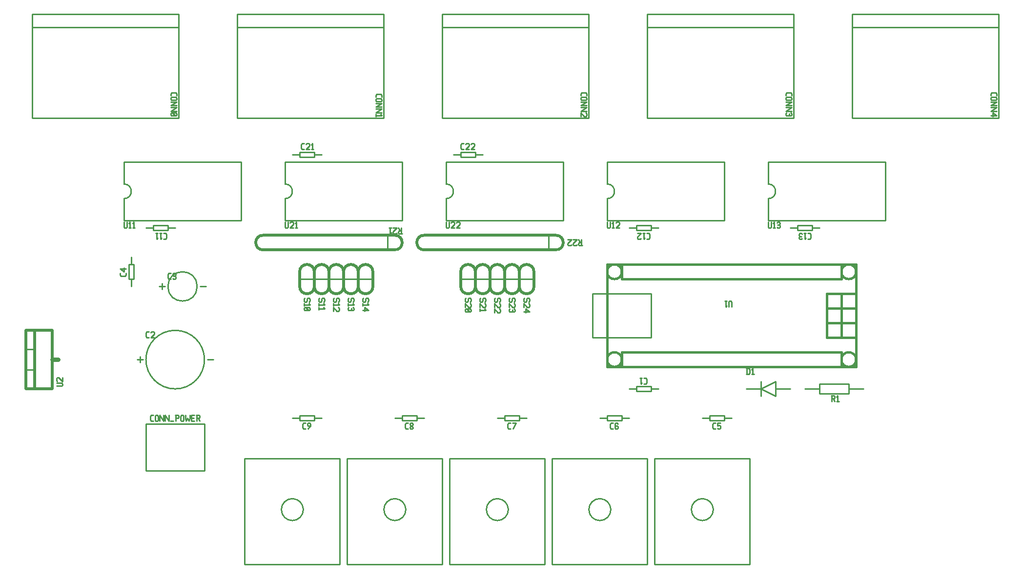
<source format=gbr>
G04 start of page 9 for group -4079 idx -4079 *
G04 Title: controller, topsilk *
G04 Creator: pcb 20140316 *
G04 CreationDate: Sat 06 Feb 2016 05:28:38 PM GMT UTC *
G04 For: rxdtxd *
G04 Format: Gerber/RS-274X *
G04 PCB-Dimensions (mil): 6700.00 3100.00 *
G04 PCB-Coordinate-Origin: lower left *
%MOIN*%
%FSLAX25Y25*%
%LNTOPSILK*%
%ADD64C,0.0300*%
%ADD63C,0.0150*%
%ADD62C,0.0200*%
%ADD61C,0.0100*%
G54D61*X285000Y175000D02*X365000D01*
Y215000D02*Y175000D01*
X285000Y215000D02*X365000D01*
X285000Y190000D02*Y175000D01*
Y215000D02*Y200000D01*
Y190000D02*G75*G03X285000Y200000I0J5000D01*G01*
X290000Y220000D02*X295000D01*
X305000D02*X310000D01*
X295000Y221600D02*X305000D01*
Y218400D01*
X295000D02*X305000D01*
X295000Y221600D02*Y218400D01*
G54D62*X270000Y165000D02*X360000D01*
X270000Y155000D02*X360000D01*
G54D61*X355000Y165000D02*Y155000D01*
G54D62*X360000D02*G75*G03X360000Y165000I0J5000D01*G01*
X270000D02*G75*G03X270000Y155000I0J-5000D01*G01*
X335000Y140000D02*Y130000D01*
X345000Y140000D02*Y130000D01*
G54D61*X335000Y135000D02*X345000D01*
G54D62*Y140000D02*G75*G03X335000Y140000I-5000J0D01*G01*
Y130000D02*G75*G03X345000Y130000I5000J0D01*G01*
X325000Y140000D02*Y130000D01*
X335000Y140000D02*Y130000D01*
G54D61*X325000Y135000D02*X335000D01*
G54D62*Y140000D02*G75*G03X325000Y140000I-5000J0D01*G01*
Y130000D02*G75*G03X335000Y130000I5000J0D01*G01*
X305000Y140000D02*Y130000D01*
X315000Y140000D02*Y130000D01*
G54D61*X305000Y135000D02*X315000D01*
G54D62*Y140000D02*G75*G03X305000Y140000I-5000J0D01*G01*
Y130000D02*G75*G03X315000Y130000I5000J0D01*G01*
X295000Y140000D02*Y130000D01*
X305000Y140000D02*Y130000D01*
G54D61*X295000Y135000D02*X305000D01*
G54D62*Y140000D02*G75*G03X295000Y140000I-5000J0D01*G01*
Y130000D02*G75*G03X305000Y130000I5000J0D01*G01*
X315000Y140000D02*Y130000D01*
X325000Y140000D02*Y130000D01*
G54D61*X315000Y135000D02*X325000D01*
G54D62*Y140000D02*G75*G03X315000Y140000I-5000J0D01*G01*
Y130000D02*G75*G03X325000Y130000I5000J0D01*G01*
G54D61*X282500Y307000D02*X382500D01*
X282500Y316000D02*Y245000D01*
X382500D01*
Y316000D02*Y245000D01*
X282500Y316000D02*X382500D01*
X422500Y307000D02*X522500D01*
X422500Y316000D02*Y245000D01*
X522500D01*
Y316000D02*Y245000D01*
X422500Y316000D02*X522500D01*
X562500Y307000D02*X662500D01*
X562500Y316000D02*Y245000D01*
X662500D01*
Y316000D02*Y245000D01*
X562500Y316000D02*X662500D01*
X530000Y60000D02*X540000D01*
X560000D02*X570000D01*
X540000Y63300D02*X560000D01*
Y56700D01*
X540000D02*X560000D01*
X540000Y63300D02*Y56700D01*
X250000Y40000D02*X255000D01*
X265000D02*X270000D01*
X255000Y41600D02*X265000D01*
Y38400D01*
X255000D02*X265000D01*
X255000Y41600D02*Y38400D01*
X390000Y40000D02*X395000D01*
X405000D02*X410000D01*
X395000Y41600D02*X405000D01*
Y38400D01*
X395000D02*X405000D01*
X395000Y41600D02*Y38400D01*
X320000Y40000D02*X325000D01*
X335000D02*X340000D01*
X325000Y41600D02*X335000D01*
Y38400D01*
X325000D02*X335000D01*
X325000Y41600D02*Y38400D01*
X460000Y40000D02*X465000D01*
X475000D02*X480000D01*
X465000Y41600D02*X475000D01*
Y38400D01*
X465000D02*X475000D01*
X465000Y41600D02*Y38400D01*
X425000Y60000D02*X430000D01*
X410000D02*X415000D01*
Y58400D02*X425000D01*
X415000Y61600D02*Y58400D01*
Y61600D02*X425000D01*
Y58400D01*
X287500Y12500D02*X352500D01*
Y-60000D01*
X287500D02*X352500D01*
X287500Y12500D02*Y-60000D01*
X320000Y-30000D02*G75*G03X327500Y-22500I0J7500D01*G01*
X312500D02*G75*G03X320000Y-30000I7500J0D01*G01*
Y-15000D02*G75*G03X312500Y-22500I0J-7500D01*G01*
X327500D02*G75*G03X320000Y-15000I-7500J0D01*G01*
X357500Y12500D02*X422500D01*
Y-60000D01*
X357500D02*X422500D01*
X357500Y12500D02*Y-60000D01*
X390000Y-30000D02*G75*G03X397500Y-22500I0J7500D01*G01*
X382500D02*G75*G03X390000Y-30000I7500J0D01*G01*
Y-15000D02*G75*G03X382500Y-22500I0J-7500D01*G01*
X397500D02*G75*G03X390000Y-15000I-7500J0D01*G01*
X427500Y12500D02*X492500D01*
Y-60000D01*
X427500D02*X492500D01*
X427500Y12500D02*Y-60000D01*
X460000Y-30000D02*G75*G03X467500Y-22500I0J7500D01*G01*
X452500D02*G75*G03X460000Y-30000I7500J0D01*G01*
Y-15000D02*G75*G03X452500Y-22500I0J-7500D01*G01*
X467500D02*G75*G03X460000Y-15000I-7500J0D01*G01*
X425000Y170000D02*X430000D01*
X410000D02*X415000D01*
Y168400D02*X425000D01*
X415000Y171600D02*Y168400D01*
Y171600D02*X425000D01*
Y168400D01*
X395000Y175000D02*X475000D01*
Y215000D02*Y175000D01*
X395000Y215000D02*X475000D01*
X395000Y190000D02*Y175000D01*
Y215000D02*Y200000D01*
Y190000D02*G75*G03X395000Y200000I0J5000D01*G01*
X535000Y170000D02*X540000D01*
X520000D02*X525000D01*
Y168400D02*X535000D01*
X525000Y171600D02*Y168400D01*
Y171600D02*X535000D01*
Y168400D01*
X505000Y175000D02*X585000D01*
Y215000D02*Y175000D01*
X505000Y215000D02*X585000D01*
X505000Y190000D02*Y175000D01*
Y215000D02*Y200000D01*
Y190000D02*G75*G03X505000Y200000I0J5000D01*G01*
G54D63*X545000Y105000D02*X565000D01*
X545000Y115000D02*X565000D01*
X555000Y125000D02*Y95000D01*
X545000D02*X565000D01*
X545000Y125000D02*Y95000D01*
Y125000D02*X565000D01*
X395000Y75000D02*X565000D01*
X395000Y145000D02*X565000D01*
Y75000D01*
X395000Y145000D02*Y75000D01*
X405000Y85000D02*X555000D01*
X405000Y135000D02*X555000D01*
X405000Y145000D02*Y135000D01*
Y85000D02*Y75000D01*
X555000Y85000D02*Y75000D01*
Y145000D02*Y135000D01*
G54D61*X385000Y95000D02*X425000D01*
Y125000D02*Y95000D01*
X385000Y125000D02*X425000D01*
X385000D02*Y95000D01*
G54D63*X565000Y80000D02*G75*G03X565000Y80000I-5000J0D01*G01*
Y140000D02*G75*G03X565000Y140000I-5000J0D01*G01*
X405000Y80000D02*G75*G03X405000Y80000I-5000J0D01*G01*
Y140000D02*G75*G03X405000Y140000I-5000J0D01*G01*
G54D61*X490000Y60000D02*X500000D01*
X510000D02*X520000D01*
X500000D02*X510000Y65000D01*
Y55000D01*
X500000Y60000D01*
Y65000D02*Y55000D01*
X217500Y12500D02*X282500D01*
Y-60000D01*
X217500D02*X282500D01*
X217500Y12500D02*Y-60000D01*
X250000Y-30000D02*G75*G03X257500Y-22500I0J7500D01*G01*
X242500D02*G75*G03X250000Y-30000I7500J0D01*G01*
Y-15000D02*G75*G03X242500Y-22500I0J-7500D01*G01*
X257500D02*G75*G03X250000Y-15000I-7500J0D01*G01*
X70000Y135000D02*Y130000D01*
Y150000D02*Y145000D01*
X68400D02*Y135000D01*
Y145000D02*X71600D01*
Y135000D01*
X68400D02*X71600D01*
X180000Y40000D02*X185000D01*
X195000D02*X200000D01*
X185000Y41600D02*X195000D01*
Y38400D01*
X185000D02*X195000D01*
X185000Y41600D02*Y38400D01*
X80000Y36000D02*Y4000D01*
Y36000D02*X120000D01*
Y4000D01*
X80000D02*X120000D01*
X74000Y80000D02*X78000D01*
X76000Y82000D02*Y78000D01*
X122000Y80000D02*X126000D01*
X80000D02*G75*G03X80000Y80000I20000J0D01*G01*
X89000Y130000D02*X93000D01*
X91000Y132000D02*Y128000D01*
X117000Y130000D02*X121000D01*
X95000D02*G75*G03X95000Y130000I10000J0D01*G01*
G54D62*X-2000Y100000D02*Y60000D01*
Y100000D02*X16000D01*
Y60000D01*
X-2000D02*X16000D01*
X-2000Y100000D02*Y60000D01*
Y100000D02*X4000D01*
Y60000D01*
X-2000D02*X4000D01*
G54D61*X-2000Y73000D02*X4000D01*
X-2000Y87000D02*X4000D01*
G54D64*X16000Y80000D02*X20000D01*
G54D61*X147500Y12500D02*X212500D01*
Y-60000D01*
X147500D02*X212500D01*
X147500Y12500D02*Y-60000D01*
X180000Y-30000D02*G75*G03X187500Y-22500I0J7500D01*G01*
X172500D02*G75*G03X180000Y-30000I7500J0D01*G01*
Y-15000D02*G75*G03X172500Y-22500I0J-7500D01*G01*
X187500D02*G75*G03X180000Y-15000I-7500J0D01*G01*
X175000Y175000D02*X255000D01*
Y215000D02*Y175000D01*
X175000Y215000D02*X255000D01*
X175000Y190000D02*Y175000D01*
Y215000D02*Y200000D01*
Y190000D02*G75*G03X175000Y200000I0J5000D01*G01*
X180000Y220000D02*X185000D01*
X195000D02*X200000D01*
X185000Y221600D02*X195000D01*
Y218400D01*
X185000D02*X195000D01*
X185000Y221600D02*Y218400D01*
X95000Y170000D02*X100000D01*
X80000D02*X85000D01*
Y168400D02*X95000D01*
X85000Y171600D02*Y168400D01*
Y171600D02*X95000D01*
Y168400D01*
G54D62*X225000Y140000D02*Y130000D01*
X235000Y140000D02*Y130000D01*
G54D61*X225000Y135000D02*X235000D01*
G54D62*Y140000D02*G75*G03X225000Y140000I-5000J0D01*G01*
Y130000D02*G75*G03X235000Y130000I5000J0D01*G01*
X215000Y140000D02*Y130000D01*
X225000Y140000D02*Y130000D01*
G54D61*X215000Y135000D02*X225000D01*
G54D62*Y140000D02*G75*G03X215000Y140000I-5000J0D01*G01*
Y130000D02*G75*G03X225000Y130000I5000J0D01*G01*
X205000Y140000D02*Y130000D01*
X215000Y140000D02*Y130000D01*
G54D61*X205000Y135000D02*X215000D01*
G54D62*Y140000D02*G75*G03X205000Y140000I-5000J0D01*G01*
Y130000D02*G75*G03X215000Y130000I5000J0D01*G01*
X185000Y140000D02*Y130000D01*
X195000Y140000D02*Y130000D01*
G54D61*X185000Y135000D02*X195000D01*
G54D62*Y140000D02*G75*G03X185000Y140000I-5000J0D01*G01*
Y130000D02*G75*G03X195000Y130000I5000J0D01*G01*
Y140000D02*Y130000D01*
X205000Y140000D02*Y130000D01*
G54D61*X195000Y135000D02*X205000D01*
G54D62*Y140000D02*G75*G03X195000Y140000I-5000J0D01*G01*
Y130000D02*G75*G03X205000Y130000I5000J0D01*G01*
X160000Y165000D02*X250000D01*
X160000Y155000D02*X250000D01*
G54D61*X245000Y165000D02*Y155000D01*
G54D62*X250000D02*G75*G03X250000Y165000I0J5000D01*G01*
X160000D02*G75*G03X160000Y155000I0J-5000D01*G01*
G54D61*X65000Y175000D02*X145000D01*
Y215000D02*Y175000D01*
X65000Y215000D02*X145000D01*
X65000Y190000D02*Y175000D01*
Y215000D02*Y200000D01*
Y190000D02*G75*G03X65000Y200000I0J5000D01*G01*
X142500Y307000D02*X242500D01*
X142500Y316000D02*Y245000D01*
X242500D01*
Y316000D02*Y245000D01*
X142500Y316000D02*X242500D01*
X2500Y307000D02*X102500D01*
X2500Y316000D02*Y245000D01*
X102500D01*
Y316000D02*Y245000D01*
X2500Y316000D02*X102500D01*
X66400Y139000D02*Y137700D01*
X65700Y137000D02*X66400Y137700D01*
X63100Y137000D02*X65700D01*
X63100D02*X62400Y137700D01*
Y139000D02*Y137700D01*
X64900Y140200D02*X62400Y142200D01*
X64900Y142700D02*Y140200D01*
X62400Y142200D02*X66400D01*
X80700Y95000D02*X82000D01*
X80000Y95700D02*X80700Y95000D01*
X80000Y98300D02*Y95700D01*
Y98300D02*X80700Y99000D01*
X82000D01*
X83200Y98500D02*X83700Y99000D01*
X85200D01*
X85700Y98500D01*
Y97500D01*
X83200Y95000D02*X85700Y97500D01*
X83200Y95000D02*X85700D01*
X19000Y62000D02*X22500D01*
X23000Y62500D01*
Y63500D02*Y62500D01*
Y63500D02*X22500Y64000D01*
X19000D02*X22500D01*
X19500Y65200D02*X19000Y65700D01*
Y67200D02*Y65700D01*
Y67200D02*X19500Y67700D01*
X20500D01*
X23000Y65200D02*X20500Y67700D01*
X23000D02*Y65200D01*
X95700Y135000D02*X97000D01*
X95000Y135700D02*X95700Y135000D01*
X95000Y138300D02*Y135700D01*
Y138300D02*X95700Y139000D01*
X97000D01*
X98200Y138500D02*X98700Y139000D01*
X99700D01*
X100200Y138500D01*
X99700Y135000D02*X100200Y135500D01*
X98700Y135000D02*X99700D01*
X98200Y135500D02*X98700Y135000D01*
Y137200D02*X99700D01*
X100200Y138500D02*Y137700D01*
Y136700D02*Y135500D01*
Y136700D02*X99700Y137200D01*
X100200Y137700D02*X99700Y137200D01*
X92000Y166400D02*X93300D01*
X94000Y165700D02*X93300Y166400D01*
X94000Y165700D02*Y163100D01*
X93300Y162400D01*
X92000D02*X93300D01*
X90800Y163200D02*X90000Y162400D01*
Y166400D02*Y162400D01*
X89300Y166400D02*X90800D01*
X88100Y163200D02*X87300Y162400D01*
Y166400D02*Y162400D01*
X86600Y166400D02*X88100D01*
X65000Y174000D02*Y170500D01*
X65500Y170000D01*
X66500D01*
X67000Y170500D01*
Y174000D02*Y170500D01*
X68200Y173200D02*X69000Y174000D01*
Y170000D01*
X68200D02*X69700D01*
X70900Y173200D02*X71700Y174000D01*
Y170000D01*
X70900D02*X72400D01*
X97000Y261800D02*Y260500D01*
X97700Y262500D02*X97000Y261800D01*
X97700Y262500D02*X100300D01*
X101000Y261800D01*
Y260500D01*
X97500Y259300D02*X100500D01*
X101000Y258800D01*
Y257800D01*
X100500Y257300D01*
X97500D02*X100500D01*
X97000Y257800D02*X97500Y257300D01*
X97000Y258800D02*Y257800D01*
X97500Y259300D02*X97000Y258800D01*
Y256100D02*X101000D01*
X97000Y253600D01*
X101000D01*
X97000Y252400D02*X101000D01*
X97000Y249900D01*
X101000D01*
X97500Y248700D02*X97000Y248200D01*
X97500Y248700D02*X100500D01*
X101000Y248200D01*
Y247200D01*
X100500Y246700D01*
X97500D02*X100500D01*
X97000Y247200D02*X97500Y246700D01*
X97000Y248200D02*Y247200D01*
X98000Y248700D02*X100000Y246700D01*
X187700Y32600D02*X189000D01*
X187000Y33300D02*X187700Y32600D01*
X187000Y35900D02*Y33300D01*
Y35900D02*X187700Y36600D01*
X189000D01*
X190700Y32600D02*X192200Y34600D01*
Y36100D02*Y34600D01*
X191700Y36600D02*X192200Y36100D01*
X190700Y36600D02*X191700D01*
X190200Y36100D02*X190700Y36600D01*
X190200Y36100D02*Y35100D01*
X190700Y34600D01*
X192200D01*
X83700Y38000D02*X85000D01*
X83000Y38700D02*X83700Y38000D01*
X83000Y41300D02*Y38700D01*
Y41300D02*X83700Y42000D01*
X85000D01*
X86200Y41500D02*Y38500D01*
Y41500D02*X86700Y42000D01*
X87700D01*
X88200Y41500D01*
Y38500D01*
X87700Y38000D02*X88200Y38500D01*
X86700Y38000D02*X87700D01*
X86200Y38500D02*X86700Y38000D01*
X89400Y42000D02*Y38000D01*
Y42000D02*X91900Y38000D01*
Y42000D02*Y38000D01*
X93100Y42000D02*Y38000D01*
Y42000D02*X95600Y38000D01*
Y42000D02*Y38000D01*
X96800D02*X98800D01*
X100500Y42000D02*Y38000D01*
X100000Y42000D02*X102000D01*
X102500Y41500D01*
Y40500D01*
X102000Y40000D02*X102500Y40500D01*
X100500Y40000D02*X102000D01*
X103700Y41500D02*Y38500D01*
Y41500D02*X104200Y42000D01*
X105200D01*
X105700Y41500D01*
Y38500D01*
X105200Y38000D02*X105700Y38500D01*
X104200Y38000D02*X105200D01*
X103700Y38500D02*X104200Y38000D01*
X106900Y42000D02*Y40000D01*
X107400Y38000D01*
X108400Y40000D01*
X109400Y38000D01*
X109900Y40000D01*
Y42000D02*Y40000D01*
X111100Y40200D02*X112600D01*
X111100Y38000D02*X113100D01*
X111100Y42000D02*Y38000D01*
Y42000D02*X113100D01*
X114300D02*X116300D01*
X116800Y41500D01*
Y40500D01*
X116300Y40000D02*X116800Y40500D01*
X114800Y40000D02*X116300D01*
X114800Y42000D02*Y38000D01*
X115600Y40000D02*X116800Y38000D01*
X192000Y120000D02*X191500Y119500D01*
X192000Y121500D02*Y120000D01*
X191500Y122000D02*X192000Y121500D01*
X190500Y122000D02*X191500D01*
X190500D02*X190000Y121500D01*
Y120000D01*
X189500Y119500D01*
X188500D02*X189500D01*
X188000Y120000D02*X188500Y119500D01*
X188000Y121500D02*Y120000D01*
X188500Y122000D02*X188000Y121500D01*
X191200Y118300D02*X192000Y117500D01*
X188000D02*X192000D01*
X188000Y118300D02*Y116800D01*
X188500Y115600D02*X188000Y115100D01*
X188500Y115600D02*X191500D01*
X192000Y115100D01*
Y114100D01*
X191500Y113600D01*
X188500D02*X191500D01*
X188000Y114100D02*X188500Y113600D01*
X188000Y115100D02*Y114100D01*
X189000Y115600D02*X191000Y113600D01*
X548000Y55300D02*X550000D01*
X550500Y54800D01*
Y53800D01*
X550000Y53300D02*X550500Y53800D01*
X548500Y53300D02*X550000D01*
X548500Y55300D02*Y51300D01*
X549300Y53300D02*X550500Y51300D01*
X551700Y54500D02*X552500Y55300D01*
Y51300D01*
X551700D02*X553200D01*
X257700Y32600D02*X259000D01*
X257000Y33300D02*X257700Y32600D01*
X257000Y35900D02*Y33300D01*
Y35900D02*X257700Y36600D01*
X259000D01*
X260200Y33100D02*X260700Y32600D01*
X260200Y33900D02*Y33100D01*
Y33900D02*X260900Y34600D01*
X261500D01*
X262200Y33900D01*
Y33100D01*
X261700Y32600D02*X262200Y33100D01*
X260700Y32600D02*X261700D01*
X260200Y35300D02*X260900Y34600D01*
X260200Y36100D02*Y35300D01*
Y36100D02*X260700Y36600D01*
X261700D01*
X262200Y36100D01*
Y35300D01*
X261500Y34600D02*X262200Y35300D01*
X397700Y32600D02*X399000D01*
X397000Y33300D02*X397700Y32600D01*
X397000Y35900D02*Y33300D01*
Y35900D02*X397700Y36600D01*
X399000D01*
X401700D02*X402200Y36100D01*
X400700Y36600D02*X401700D01*
X400200Y36100D02*X400700Y36600D01*
X400200Y36100D02*Y33100D01*
X400700Y32600D01*
X401700Y34800D02*X402200Y34300D01*
X400200Y34800D02*X401700D01*
X400700Y32600D02*X401700D01*
X402200Y33100D01*
Y34300D02*Y33100D01*
X327700Y32600D02*X329000D01*
X327000Y33300D02*X327700Y32600D01*
X327000Y35900D02*Y33300D01*
Y35900D02*X327700Y36600D01*
X329000D01*
X330700Y32600D02*X332700Y36600D01*
X330200D02*X332700D01*
X467700Y32600D02*X469000D01*
X467000Y33300D02*X467700Y32600D01*
X467000Y35900D02*Y33300D01*
Y35900D02*X467700Y36600D01*
X469000D01*
X470200D02*X472200D01*
X470200D02*Y34600D01*
X470700Y35100D01*
X471700D01*
X472200Y34600D01*
Y33100D01*
X471700Y32600D02*X472200Y33100D01*
X470700Y32600D02*X471700D01*
X470200Y33100D02*X470700Y32600D01*
X422000Y166400D02*X423300D01*
X424000Y165700D02*X423300Y166400D01*
X424000Y165700D02*Y163100D01*
X423300Y162400D01*
X422000D02*X423300D01*
X420800Y163200D02*X420000Y162400D01*
Y166400D02*Y162400D01*
X419300Y166400D02*X420800D01*
X418100Y162900D02*X417600Y162400D01*
X416100D02*X417600D01*
X416100D02*X415600Y162900D01*
Y163900D02*Y162900D01*
X418100Y166400D02*X415600Y163900D01*
Y166400D02*X418100D01*
X395000Y174000D02*Y170500D01*
X395500Y170000D01*
X396500D01*
X397000Y170500D01*
Y174000D02*Y170500D01*
X398200Y173200D02*X399000Y174000D01*
Y170000D01*
X398200D02*X399700D01*
X400900Y173500D02*X401400Y174000D01*
X402900D01*
X403400Y173500D01*
Y172500D01*
X400900Y170000D02*X403400Y172500D01*
X400900Y170000D02*X403400D01*
X420000Y67400D02*X421300D01*
X422000Y66700D02*X421300Y67400D01*
X422000Y66700D02*Y64100D01*
X421300Y63400D01*
X420000D02*X421300D01*
X418800Y64200D02*X418000Y63400D01*
Y67400D02*Y63400D01*
X417300Y67400D02*X418800D01*
X480000Y119500D02*Y116000D01*
Y119500D02*X479500Y120000D01*
X478500D02*X479500D01*
X478500D02*X478000Y119500D01*
Y116000D01*
X476800Y116800D02*X476000Y116000D01*
Y120000D02*Y116000D01*
X475300Y120000D02*X476800D01*
X490500Y74000D02*Y70000D01*
X491800Y74000D02*X492500Y73300D01*
Y70700D01*
X491800Y70000D02*X492500Y70700D01*
X490000Y70000D02*X491800D01*
X490000Y74000D02*X491800D01*
X493700Y73200D02*X494500Y74000D01*
Y70000D01*
X493700D02*X495200D01*
X342000Y120000D02*X341500Y119500D01*
X342000Y121500D02*Y120000D01*
X341500Y122000D02*X342000Y121500D01*
X340500Y122000D02*X341500D01*
X340500D02*X340000Y121500D01*
Y120000D01*
X339500Y119500D01*
X338500D02*X339500D01*
X338000Y120000D02*X338500Y119500D01*
X338000Y121500D02*Y120000D01*
X338500Y122000D02*X338000Y121500D01*
X341500Y118300D02*X342000Y117800D01*
Y116300D01*
X341500Y115800D01*
X340500D02*X341500D01*
X338000Y118300D02*X340500Y115800D01*
X338000Y118300D02*Y115800D01*
X339500Y114600D02*X342000Y112600D01*
X339500Y114600D02*Y112100D01*
X338000Y112600D02*X342000D01*
X376000Y158000D02*X378000D01*
X376000D02*X375500Y158500D01*
Y159500D02*Y158500D01*
X376000Y160000D02*X375500Y159500D01*
X376000Y160000D02*X377500D01*
Y162000D02*Y158000D01*
X376700Y160000D02*X375500Y162000D01*
X374300Y158500D02*X373800Y158000D01*
X372300D02*X373800D01*
X372300D02*X371800Y158500D01*
Y159500D02*Y158500D01*
X374300Y162000D02*X371800Y159500D01*
Y162000D02*X374300D01*
X370600Y158500D02*X370100Y158000D01*
X368600D02*X370100D01*
X368600D02*X368100Y158500D01*
Y159500D02*Y158500D01*
X370600Y162000D02*X368100Y159500D01*
Y162000D02*X370600D01*
X322000Y120000D02*X321500Y119500D01*
X322000Y121500D02*Y120000D01*
X321500Y122000D02*X322000Y121500D01*
X320500Y122000D02*X321500D01*
X320500D02*X320000Y121500D01*
Y120000D01*
X319500Y119500D01*
X318500D02*X319500D01*
X318000Y120000D02*X318500Y119500D01*
X318000Y121500D02*Y120000D01*
X318500Y122000D02*X318000Y121500D01*
X321500Y118300D02*X322000Y117800D01*
Y116300D01*
X321500Y115800D01*
X320500D02*X321500D01*
X318000Y118300D02*X320500Y115800D01*
X318000Y118300D02*Y115800D01*
X321500Y114600D02*X322000Y114100D01*
Y112600D01*
X321500Y112100D01*
X320500D02*X321500D01*
X318000Y114600D02*X320500Y112100D01*
X318000Y114600D02*Y112100D01*
X332000Y120000D02*X331500Y119500D01*
X332000Y121500D02*Y120000D01*
X331500Y122000D02*X332000Y121500D01*
X330500Y122000D02*X331500D01*
X330500D02*X330000Y121500D01*
Y120000D01*
X329500Y119500D01*
X328500D02*X329500D01*
X328000Y120000D02*X328500Y119500D01*
X328000Y121500D02*Y120000D01*
X328500Y122000D02*X328000Y121500D01*
X331500Y118300D02*X332000Y117800D01*
Y116300D01*
X331500Y115800D01*
X330500D02*X331500D01*
X328000Y118300D02*X330500Y115800D01*
X328000Y118300D02*Y115800D01*
X331500Y114600D02*X332000Y114100D01*
Y113100D01*
X331500Y112600D01*
X328000Y113100D02*X328500Y112600D01*
X328000Y114100D02*Y113100D01*
X328500Y114600D02*X328000Y114100D01*
X330200D02*Y113100D01*
X330700Y112600D02*X331500D01*
X328500D02*X329700D01*
X330200Y113100D01*
X330700Y112600D02*X330200Y113100D01*
X295700Y223600D02*X297000D01*
X295000Y224300D02*X295700Y223600D01*
X295000Y226900D02*Y224300D01*
Y226900D02*X295700Y227600D01*
X297000D01*
X298200Y227100D02*X298700Y227600D01*
X300200D01*
X300700Y227100D01*
Y226100D01*
X298200Y223600D02*X300700Y226100D01*
X298200Y223600D02*X300700D01*
X301900Y227100D02*X302400Y227600D01*
X303900D01*
X304400Y227100D01*
Y226100D01*
X301900Y223600D02*X304400Y226100D01*
X301900Y223600D02*X304400D01*
X312000Y120000D02*X311500Y119500D01*
X312000Y121500D02*Y120000D01*
X311500Y122000D02*X312000Y121500D01*
X310500Y122000D02*X311500D01*
X310500D02*X310000Y121500D01*
Y120000D01*
X309500Y119500D01*
X308500D02*X309500D01*
X308000Y120000D02*X308500Y119500D01*
X308000Y121500D02*Y120000D01*
X308500Y122000D02*X308000Y121500D01*
X311500Y118300D02*X312000Y117800D01*
Y116300D01*
X311500Y115800D01*
X310500D02*X311500D01*
X308000Y118300D02*X310500Y115800D01*
X308000Y118300D02*Y115800D01*
X311200Y114600D02*X312000Y113800D01*
X308000D02*X312000D01*
X308000Y114600D02*Y113100D01*
X302000Y120000D02*X301500Y119500D01*
X302000Y121500D02*Y120000D01*
X301500Y122000D02*X302000Y121500D01*
X300500Y122000D02*X301500D01*
X300500D02*X300000Y121500D01*
Y120000D01*
X299500Y119500D01*
X298500D02*X299500D01*
X298000Y120000D02*X298500Y119500D01*
X298000Y121500D02*Y120000D01*
X298500Y122000D02*X298000Y121500D01*
X301500Y118300D02*X302000Y117800D01*
Y116300D01*
X301500Y115800D01*
X300500D02*X301500D01*
X298000Y118300D02*X300500Y115800D01*
X298000Y118300D02*Y115800D01*
X298500Y114600D02*X298000Y114100D01*
X298500Y114600D02*X301500D01*
X302000Y114100D01*
Y113100D01*
X301500Y112600D01*
X298500D02*X301500D01*
X298000Y113100D02*X298500Y112600D01*
X298000Y114100D02*Y113100D01*
X299000Y114600D02*X301000Y112600D01*
X175000Y174000D02*Y170500D01*
X175500Y170000D01*
X176500D01*
X177000Y170500D01*
Y174000D02*Y170500D01*
X178200Y173500D02*X178700Y174000D01*
X180200D01*
X180700Y173500D01*
Y172500D01*
X178200Y170000D02*X180700Y172500D01*
X178200Y170000D02*X180700D01*
X181900Y173200D02*X182700Y174000D01*
Y170000D01*
X181900D02*X183400D01*
X285000Y174000D02*Y170500D01*
X285500Y170000D01*
X286500D01*
X287000Y170500D01*
Y174000D02*Y170500D01*
X288200Y173500D02*X288700Y174000D01*
X290200D01*
X290700Y173500D01*
Y172500D01*
X288200Y170000D02*X290700Y172500D01*
X288200Y170000D02*X290700D01*
X291900Y173500D02*X292400Y174000D01*
X293900D01*
X294400Y173500D01*
Y172500D01*
X291900Y170000D02*X294400Y172500D01*
X291900Y170000D02*X294400D01*
X186700Y223600D02*X188000D01*
X186000Y224300D02*X186700Y223600D01*
X186000Y226900D02*Y224300D01*
Y226900D02*X186700Y227600D01*
X188000D01*
X189200Y227100D02*X189700Y227600D01*
X191200D01*
X191700Y227100D01*
Y226100D01*
X189200Y223600D02*X191700Y226100D01*
X189200Y223600D02*X191700D01*
X192900Y226800D02*X193700Y227600D01*
Y223600D01*
X192900D02*X194400D01*
X253000Y166000D02*X255000D01*
X253000D02*X252500Y166500D01*
Y167500D02*Y166500D01*
X253000Y168000D02*X252500Y167500D01*
X253000Y168000D02*X254500D01*
Y170000D02*Y166000D01*
X253700Y168000D02*X252500Y170000D01*
X251300Y166500D02*X250800Y166000D01*
X249300D02*X250800D01*
X249300D02*X248800Y166500D01*
Y167500D02*Y166500D01*
X251300Y170000D02*X248800Y167500D01*
Y170000D02*X251300D01*
X247600Y166800D02*X246800Y166000D01*
Y170000D02*Y166000D01*
X246100Y170000D02*X247600D01*
X237000Y260800D02*Y259500D01*
X237700Y261500D02*X237000Y260800D01*
X237700Y261500D02*X240300D01*
X241000Y260800D01*
Y259500D01*
X237500Y258300D02*X240500D01*
X241000Y257800D01*
Y256800D01*
X240500Y256300D01*
X237500D02*X240500D01*
X237000Y256800D02*X237500Y256300D01*
X237000Y257800D02*Y256800D01*
X237500Y258300D02*X237000Y257800D01*
Y255100D02*X241000D01*
X237000Y252600D01*
X241000D01*
X237000Y251400D02*X241000D01*
X237000Y248900D01*
X241000D01*
X240200Y247700D02*X241000Y246900D01*
X237000D02*X241000D01*
X237000Y247700D02*Y246200D01*
X377000Y261800D02*Y260500D01*
X377700Y262500D02*X377000Y261800D01*
X377700Y262500D02*X380300D01*
X381000Y261800D01*
Y260500D01*
X377500Y259300D02*X380500D01*
X381000Y258800D01*
Y257800D01*
X380500Y257300D01*
X377500D02*X380500D01*
X377000Y257800D02*X377500Y257300D01*
X377000Y258800D02*Y257800D01*
X377500Y259300D02*X377000Y258800D01*
Y256100D02*X381000D01*
X377000Y253600D01*
X381000D01*
X377000Y252400D02*X381000D01*
X377000Y249900D01*
X381000D01*
X380500Y248700D02*X381000Y248200D01*
Y246700D01*
X380500Y246200D01*
X379500D02*X380500D01*
X377000Y248700D02*X379500Y246200D01*
X377000Y248700D02*Y246200D01*
X232000Y120000D02*X231500Y119500D01*
X232000Y121500D02*Y120000D01*
X231500Y122000D02*X232000Y121500D01*
X230500Y122000D02*X231500D01*
X230500D02*X230000Y121500D01*
Y120000D01*
X229500Y119500D01*
X228500D02*X229500D01*
X228000Y120000D02*X228500Y119500D01*
X228000Y121500D02*Y120000D01*
X228500Y122000D02*X228000Y121500D01*
X231200Y118300D02*X232000Y117500D01*
X228000D02*X232000D01*
X228000Y118300D02*Y116800D01*
X229500Y115600D02*X232000Y113600D01*
X229500Y115600D02*Y113100D01*
X228000Y113600D02*X232000D01*
X222000Y120000D02*X221500Y119500D01*
X222000Y121500D02*Y120000D01*
X221500Y122000D02*X222000Y121500D01*
X220500Y122000D02*X221500D01*
X220500D02*X220000Y121500D01*
Y120000D01*
X219500Y119500D01*
X218500D02*X219500D01*
X218000Y120000D02*X218500Y119500D01*
X218000Y121500D02*Y120000D01*
X218500Y122000D02*X218000Y121500D01*
X221200Y118300D02*X222000Y117500D01*
X218000D02*X222000D01*
X218000Y118300D02*Y116800D01*
X221500Y115600D02*X222000Y115100D01*
Y114100D01*
X221500Y113600D01*
X218000Y114100D02*X218500Y113600D01*
X218000Y115100D02*Y114100D01*
X218500Y115600D02*X218000Y115100D01*
X220200D02*Y114100D01*
X220700Y113600D02*X221500D01*
X218500D02*X219700D01*
X220200Y114100D01*
X220700Y113600D02*X220200Y114100D01*
X212000Y120000D02*X211500Y119500D01*
X212000Y121500D02*Y120000D01*
X211500Y122000D02*X212000Y121500D01*
X210500Y122000D02*X211500D01*
X210500D02*X210000Y121500D01*
Y120000D01*
X209500Y119500D01*
X208500D02*X209500D01*
X208000Y120000D02*X208500Y119500D01*
X208000Y121500D02*Y120000D01*
X208500Y122000D02*X208000Y121500D01*
X211200Y118300D02*X212000Y117500D01*
X208000D02*X212000D01*
X208000Y118300D02*Y116800D01*
X211500Y115600D02*X212000Y115100D01*
Y113600D01*
X211500Y113100D01*
X210500D02*X211500D01*
X208000Y115600D02*X210500Y113100D01*
X208000Y115600D02*Y113100D01*
X202000Y120000D02*X201500Y119500D01*
X202000Y121500D02*Y120000D01*
X201500Y122000D02*X202000Y121500D01*
X200500Y122000D02*X201500D01*
X200500D02*X200000Y121500D01*
Y120000D01*
X199500Y119500D01*
X198500D02*X199500D01*
X198000Y120000D02*X198500Y119500D01*
X198000Y121500D02*Y120000D01*
X198500Y122000D02*X198000Y121500D01*
X201200Y118300D02*X202000Y117500D01*
X198000D02*X202000D01*
X198000Y118300D02*Y116800D01*
X201200Y115600D02*X202000Y114800D01*
X198000D02*X202000D01*
X198000Y115600D02*Y114100D01*
X532000Y166400D02*X533300D01*
X534000Y165700D02*X533300Y166400D01*
X534000Y165700D02*Y163100D01*
X533300Y162400D01*
X532000D02*X533300D01*
X530800Y163200D02*X530000Y162400D01*
Y166400D02*Y162400D01*
X529300Y166400D02*X530800D01*
X528100Y162900D02*X527600Y162400D01*
X526600D02*X527600D01*
X526600D02*X526100Y162900D01*
X526600Y166400D02*X526100Y165900D01*
X526600Y166400D02*X527600D01*
X528100Y165900D02*X527600Y166400D01*
X526600Y164200D02*X527600D01*
X526100Y163700D02*Y162900D01*
Y165900D02*Y164700D01*
X526600Y164200D01*
X526100Y163700D02*X526600Y164200D01*
X505000Y174000D02*Y170500D01*
X505500Y170000D01*
X506500D01*
X507000Y170500D01*
Y174000D02*Y170500D01*
X508200Y173200D02*X509000Y174000D01*
Y170000D01*
X508200D02*X509700D01*
X510900Y173500D02*X511400Y174000D01*
X512400D01*
X512900Y173500D01*
X512400Y170000D02*X512900Y170500D01*
X511400Y170000D02*X512400D01*
X510900Y170500D02*X511400Y170000D01*
Y172200D02*X512400D01*
X512900Y173500D02*Y172700D01*
Y171700D02*Y170500D01*
Y171700D02*X512400Y172200D01*
X512900Y172700D02*X512400Y172200D01*
X517000Y261800D02*Y260500D01*
X517700Y262500D02*X517000Y261800D01*
X517700Y262500D02*X520300D01*
X521000Y261800D01*
Y260500D01*
X517500Y259300D02*X520500D01*
X521000Y258800D01*
Y257800D01*
X520500Y257300D01*
X517500D02*X520500D01*
X517000Y257800D02*X517500Y257300D01*
X517000Y258800D02*Y257800D01*
X517500Y259300D02*X517000Y258800D01*
Y256100D02*X521000D01*
X517000Y253600D01*
X521000D01*
X517000Y252400D02*X521000D01*
X517000Y249900D01*
X521000D01*
X520500Y248700D02*X521000Y248200D01*
Y247200D01*
X520500Y246700D01*
X517000Y247200D02*X517500Y246700D01*
X517000Y248200D02*Y247200D01*
X517500Y248700D02*X517000Y248200D01*
X519200D02*Y247200D01*
X519700Y246700D02*X520500D01*
X517500D02*X518700D01*
X519200Y247200D01*
X519700Y246700D02*X519200Y247200D01*
X657000Y261800D02*Y260500D01*
X657700Y262500D02*X657000Y261800D01*
X657700Y262500D02*X660300D01*
X661000Y261800D01*
Y260500D01*
X657500Y259300D02*X660500D01*
X661000Y258800D01*
Y257800D01*
X660500Y257300D01*
X657500D02*X660500D01*
X657000Y257800D02*X657500Y257300D01*
X657000Y258800D02*Y257800D01*
X657500Y259300D02*X657000Y258800D01*
Y256100D02*X661000D01*
X657000Y253600D01*
X661000D01*
X657000Y252400D02*X661000D01*
X657000Y249900D01*
X661000D01*
X658500Y248700D02*X661000Y246700D01*
X658500Y248700D02*Y246200D01*
X657000Y246700D02*X661000D01*
M02*

</source>
